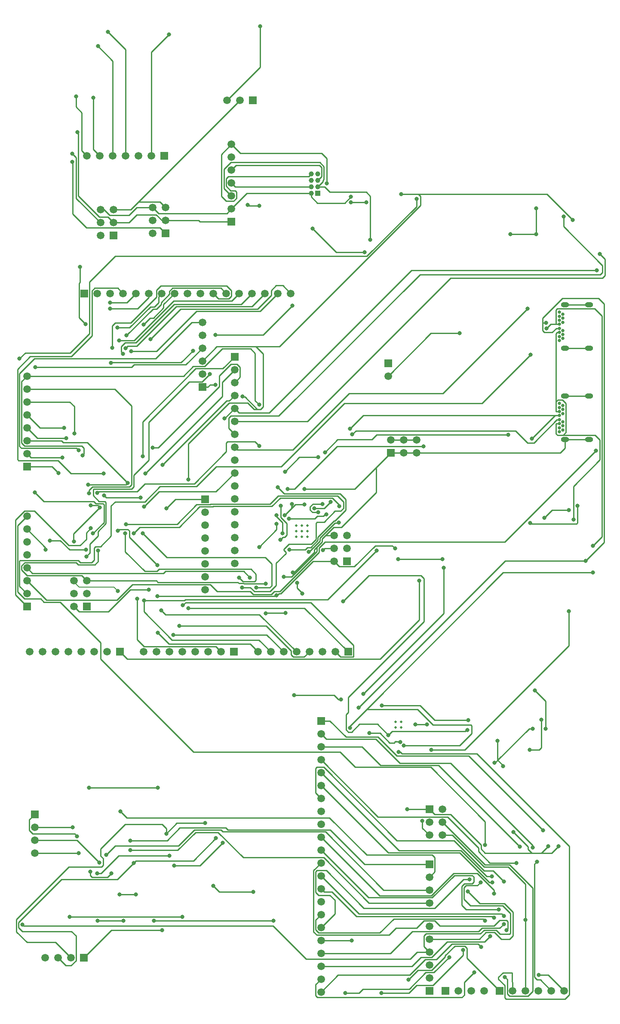
<source format=gbl>
G04*
G04 #@! TF.GenerationSoftware,Altium Limited,Altium Designer,20.0.9 (164)*
G04*
G04 Layer_Physical_Order=2*
G04 Layer_Color=16711680*
%FSLAX25Y25*%
%MOIN*%
G70*
G01*
G75*
%ADD18C,0.01000*%
%ADD156C,0.00709*%
%ADD159C,0.05906*%
%ADD160R,0.05906X0.05906*%
%ADD161R,0.05906X0.05906*%
%ADD162C,0.03937*%
%ADD163R,0.03937X0.03937*%
%ADD164C,0.02559*%
%ADD165O,0.06299X0.03937*%
%ADD166C,0.03150*%
%ADD167C,0.01968*%
D18*
X1024455Y595500D02*
G03*
X1023773Y595232I0J-1000D01*
G01*
X1017729Y598519D02*
G03*
X1016911Y598239I-117J-993D01*
G01*
X778000Y723000D02*
X831850D01*
X744700Y706400D02*
X757300D01*
X742200Y708900D02*
X744700Y706400D01*
X735775Y728725D02*
X837298D01*
X727447Y734679D02*
X729821Y737053D01*
X769698D01*
X771225Y735525D01*
X727447Y731321D02*
Y734679D01*
Y731321D02*
X731669Y727100D01*
X773900D01*
X778000Y723000D01*
X837298Y728725D02*
X838920Y730347D01*
X731500Y733000D02*
X735775Y728725D01*
X899553Y730347D02*
X904400Y725500D01*
X838920Y730347D02*
X899553D01*
X1016172Y597500D02*
X1016908Y598236D01*
X1024455Y595500D02*
X1024455Y595500D01*
X952950Y776075D02*
X957343D01*
X957343Y776075D01*
X951148Y777876D02*
X952950Y776075D01*
X951148Y777876D02*
Y780423D01*
X953225Y782500D01*
X960500D01*
X973800Y780600D02*
Y781548D01*
X968247Y787101D02*
X973800Y781548D01*
X927868Y787101D02*
X968247D01*
X961275Y773000D02*
X962775Y774500D01*
X956675Y773000D02*
X961275D01*
X956675Y773000D02*
X956675Y773000D01*
X954223Y779150D02*
X962150D01*
X967000Y784000D01*
X936508Y778904D02*
X939604Y782000D01*
X962775Y774500D02*
X963500D01*
X961905Y768425D02*
X970385Y776905D01*
X939604Y782000D02*
X946500D01*
X934500Y771000D02*
X954675D01*
X956675Y773000D01*
X960300Y755415D02*
X962885Y758000D01*
X956225Y748937D02*
X960300Y753012D01*
X957100Y754337D02*
Y756741D01*
X948900Y748748D02*
X951511D01*
X957100Y754337D01*
X970290Y769215D02*
X978675Y777600D01*
X958700Y753675D02*
Y756078D01*
X970237Y767615D01*
X1006500Y626500D02*
X1036250D01*
X1047550Y615200D01*
X995075Y623425D02*
X1034450D01*
X995000Y623500D02*
X995075Y623425D01*
X1034450D02*
X1046475Y611400D01*
X1096461Y583961D02*
X1100500Y579921D01*
Y579500D02*
Y579921D01*
X1093900Y582000D02*
X1094500D01*
X1096461Y583961D01*
X1080275Y589125D02*
X1152100Y517300D01*
X1022375Y589125D02*
X1080275D01*
X1152100Y402400D02*
Y517300D01*
X1148800Y399100D02*
X1152100Y402400D01*
X1102953Y399100D02*
X1148800D01*
X1102053Y400000D02*
X1102953Y399100D01*
X1102053Y400000D02*
Y409553D01*
X769500Y1090000D02*
Y1098000D01*
Y1090000D02*
X774000Y1085500D01*
X783000Y1057000D02*
X788000Y1052000D01*
X783000Y1057000D02*
Y1097000D01*
X903000Y1014000D02*
X903500Y1013500D01*
X902500Y1014000D02*
X903000D01*
X994975Y974225D02*
X1033616Y1012866D01*
X780100Y954300D02*
X800025Y974225D01*
X780100Y914478D02*
Y954300D01*
X800025Y974225D02*
X994975D01*
X903500Y1013500D02*
X911500D01*
X1014700Y606500D02*
X1071473D01*
X935000Y747000D02*
X947152D01*
X948900Y748748D01*
X930490Y747490D02*
X934500Y751500D01*
X952000D02*
X955500Y755000D01*
X934500Y751500D02*
X952000D01*
X932162Y744162D02*
Y744990D01*
X924800Y736800D02*
X932162Y744162D01*
X930490Y746662D02*
X932162Y744990D01*
X924800Y719300D02*
Y736800D01*
X930490Y746662D02*
Y747490D01*
X955500Y767500D02*
X956425Y768425D01*
X961905D01*
X955500Y755000D02*
Y767500D01*
X941000Y717244D02*
X944636Y713609D01*
Y713359D02*
Y713609D01*
Y713359D02*
X944925Y713070D01*
X936526Y725900D02*
X956225Y745599D01*
X957825Y744936D02*
Y748274D01*
X956225Y745599D02*
Y748937D01*
X925000Y711018D02*
X927057Y713075D01*
X925000Y710927D02*
Y711018D01*
X930500Y725900D02*
X936526D01*
X953152Y738000D02*
X969500D01*
X927057Y713075D02*
X928226D01*
X923206Y714675D02*
X927564D01*
X941000Y717244D02*
Y721500D01*
X927564Y714675D02*
X957825Y744936D01*
X928226Y713075D02*
X953152Y738000D01*
X937700Y729500D02*
X938806D01*
X916903Y697903D02*
X931903D01*
X932000Y698000D01*
X849600Y688100D02*
X916900D01*
X911775Y696725D02*
X940500Y668000D01*
X917400Y681100D02*
X930500Y668000D01*
X916900Y688100D02*
X936253Y668747D01*
X844900Y681100D02*
X917400D01*
X839120Y696725D02*
X911775D01*
X936253Y665600D02*
Y668747D01*
X938806Y729500D02*
X954225Y744919D01*
X856800Y701800D02*
X946700D01*
X980500Y668000D01*
X854404Y708504D02*
X964804D01*
X951500Y706200D02*
X984600Y673100D01*
X854600Y706200D02*
X951500D01*
X964804Y708504D02*
X1002800Y746500D01*
X852300Y703900D02*
X854600Y706200D01*
X906823Y712527D02*
X921059D01*
X923206Y714675D01*
X925000Y710927D02*
Y711600D01*
X832736Y710927D02*
X925000D01*
X916806Y697806D02*
X916903Y697903D01*
X841600Y674000D02*
X904500D01*
X844000Y677200D02*
X911300D01*
X904500Y674000D02*
X910500Y668000D01*
X911300Y677200D02*
X920500Y668000D01*
X835675Y700170D02*
X839120Y696725D01*
X969500Y634500D02*
X973000Y631000D01*
X974961D01*
X980575Y621038D02*
Y632775D01*
X1039200Y691400D01*
X978925Y619388D02*
X980575Y621038D01*
X980726Y605850D02*
X983274D01*
X978925Y607652D02*
X980726Y605850D01*
X978925Y607652D02*
Y619388D01*
X983274Y605850D02*
X989423Y612000D01*
X938500Y634500D02*
X969500D01*
X1017729Y598519D02*
X1020839Y598166D01*
X1016908Y598236D02*
X1016911Y598239D01*
X1012791Y597500D02*
X1016172D01*
X1018226Y587425D02*
X1073875D01*
X1020517Y581800D02*
X1059867D01*
X1005500Y580200D02*
X1050600D01*
X1002017Y600300D02*
X1020517Y581800D01*
X978823Y601900D02*
X1003752D01*
X963700Y600300D02*
X1002017D01*
X959500Y594500D02*
X991200D01*
X1003752Y601900D02*
X1018226Y587425D01*
X991200Y594500D02*
X1005500Y580200D01*
X997000Y605000D02*
X1005291D01*
X1012791Y597500D01*
X986100Y578600D02*
X1044500D01*
X860500Y590400D02*
X974300D01*
X986100Y578600D01*
X982000Y608925D02*
Y610500D01*
X1003200Y612000D02*
X1011700Y603500D01*
X1073875Y587425D02*
X1131650Y529650D01*
X959500Y614500D02*
X966223D01*
X1019500Y590500D02*
X1021000D01*
X1022375Y589125D01*
X1066900Y595500D02*
X1076200Y604800D01*
X1024455Y595500D02*
X1066900D01*
X1076200Y604800D02*
Y610700D01*
X1075500Y611400D02*
X1076200Y610700D01*
X1046475Y611400D02*
X1075500D01*
X1011700Y603500D02*
X1014700Y606500D01*
X772500Y954031D02*
Y966000D01*
X771947Y953479D02*
X772500Y954031D01*
X771947Y926766D02*
Y953479D01*
Y926766D02*
X777025Y921688D01*
X767000Y1007000D02*
Y1047200D01*
X766700Y1047500D02*
X767000Y1047200D01*
X766700Y1053700D02*
X769800Y1050600D01*
X767700Y753729D02*
Y759300D01*
Y753729D02*
X767929Y753500D01*
X1002200Y810700D02*
X1013500Y822000D01*
X985600Y794100D02*
X1002200Y810700D01*
X962885Y758000D02*
X969500D01*
X962885D02*
X969210Y764325D01*
X960300Y753012D02*
Y755415D01*
X954225Y746937D02*
X956225Y748937D01*
X1130452Y512052D02*
X1138219D01*
X1123048D02*
X1130452D01*
X1086798D02*
X1123048D01*
X1130452D02*
X1135800Y517400D01*
X1130400Y512000D02*
X1130452Y512052D01*
X1123048D02*
X1123100Y512000D01*
X1119900Y515200D02*
X1123048Y512052D01*
X1147200Y835700D02*
X1172000D01*
X1142900D02*
X1147200D01*
X1141800Y861700D02*
Y914400D01*
X1071473Y606500D02*
X1072473Y607500D01*
X1141800Y921575D02*
X1144185D01*
X1137675D02*
X1141800D01*
X1164800Y738500D02*
X1178900Y752600D01*
X1164700Y738400D02*
X1164800Y738500D01*
X1131200Y922700D02*
Y926300D01*
Y916825D02*
Y922700D01*
X1118000Y460500D02*
Y488100D01*
Y405500D02*
Y460500D01*
X1096461Y583961D02*
X1121040Y608540D01*
X1096461Y583961D02*
Y599139D01*
X1035000Y1022500D02*
X1134700D01*
X910147Y855653D02*
X912728D01*
X907725D02*
X910147D01*
X909000Y904300D02*
X927324D01*
X803400Y480000D02*
X816100D01*
X786575Y781225D02*
X788100Y779700D01*
X780900Y781225D02*
X786575D01*
X767700Y759300D02*
X788100Y779700D01*
X952000Y1020300D02*
Y1023000D01*
Y1020300D02*
X956800Y1015500D01*
X977900D01*
X982700Y1020300D01*
Y1016000D02*
X994500D01*
X1002200Y791250D02*
Y810700D01*
X975275Y764325D02*
X1002200Y791250D01*
X969210Y764325D02*
X975275D01*
X954225Y744919D02*
Y746937D01*
X946800Y794100D02*
X985600D01*
X818000Y1016500D02*
X896500Y1095000D01*
X798500Y1010500D02*
X812000D01*
X834500Y1016500D02*
X839000Y1012000D01*
X818000Y1016500D02*
X834500D01*
X812000Y1010500D02*
X818000Y1016500D01*
X832600Y711063D02*
X832736Y710927D01*
X1014600Y750200D02*
X1016891Y747909D01*
X1001600Y750200D02*
X1014600D01*
X985300Y733900D02*
X1001600Y750200D01*
X973600Y733900D02*
X985300D01*
X969500Y738000D02*
X973600Y733900D01*
X1026200Y546000D02*
X1043500D01*
X1047600Y541900D01*
X1059900D01*
X1083525Y518275D01*
Y515325D02*
Y518275D01*
Y515325D02*
X1086798Y512052D01*
X1138219D02*
X1143567Y517400D01*
X794400Y1004600D02*
X798500Y1000500D01*
X787800Y1004600D02*
X794400D01*
X771400Y1021000D02*
X787800Y1004600D01*
X771400Y1021000D02*
Y1069700D01*
X770700Y1070400D02*
X771400Y1069700D01*
X1122900Y832900D02*
X1140886Y850886D01*
X1132700Y771700D02*
X1138700Y777700D01*
X1151600D01*
X992186Y850886D02*
X1140886D01*
X982100Y840800D02*
X992186Y850886D01*
X1140886D02*
X1144185D01*
X983700Y836300D02*
X986600Y839200D01*
X1110425D01*
X1119800Y829825D01*
X1124488D01*
X1142400Y847737D01*
X1144185D01*
X931500Y807500D02*
X942700Y818700D01*
X957400D01*
X950426Y745400D02*
X958700Y753675D01*
X970237Y767615D02*
X973038D01*
X949900Y745400D02*
X950426D01*
X973038Y767615D02*
X973312Y767888D01*
X924979Y762579D02*
Y767100D01*
X911500Y749100D02*
X924979Y762579D01*
X931379Y773775D02*
X936508Y778904D01*
X936968Y782268D01*
X1011500Y881500D02*
X1044600Y914600D01*
X1067000D01*
X786200Y459700D02*
X806400D01*
X830011D02*
X922600D01*
X933635Y794000D02*
X938900D01*
X971900Y827000D01*
X1039000D01*
X1155200Y770300D02*
Y796200D01*
X1175700Y816700D01*
Y832000D01*
X1172000Y835700D02*
X1175700Y832000D01*
X1141800Y836800D02*
Y844587D01*
X1144185D01*
X929700Y759800D02*
Y768118D01*
X925000Y772818D02*
X929700Y768118D01*
X925000Y772818D02*
Y773700D01*
X1072473Y607500D02*
X1073055D01*
X989423Y612000D02*
X1003200D01*
X1039200Y691400D02*
Y724800D01*
X1037100Y726900D02*
X1039200Y724800D01*
X996800Y726900D02*
X1037100D01*
X976800Y706900D02*
X996800Y726900D01*
X969574Y769215D02*
X970290D01*
X957100Y756741D02*
X969574Y769215D01*
X978675Y777600D02*
Y786027D01*
X974401Y790301D02*
X978675Y786027D01*
X931099Y790301D02*
X974401D01*
X926118Y795282D02*
X931099Y790301D01*
X928304Y771996D02*
Y781200D01*
Y771996D02*
X933000Y767300D01*
Y758400D02*
Y767300D01*
X931300Y756700D02*
X933000Y758400D01*
X930090Y756700D02*
X931300D01*
X928000Y754610D02*
X930090Y756700D01*
X1141800Y921575D02*
Y932800D01*
X1142600Y933600D01*
X1171700D01*
X1177300Y928000D01*
Y757000D02*
Y928000D01*
X1170300Y750000D02*
X1177300Y757000D01*
X995000Y623500D02*
X1100800Y729300D01*
X982000Y610500D02*
X995000Y623500D01*
X1132800Y915225D02*
X1138625D01*
X1131200Y922700D02*
X1133900D01*
X1102353Y738400D02*
X1164700D01*
X988600Y624647D02*
X1102353Y738400D01*
X1178900Y752600D02*
Y937500D01*
X1174800Y941600D02*
X1178900Y937500D01*
X1146500Y941600D02*
X1174800D01*
X1131200Y926300D02*
X1146500Y941600D01*
X1131200Y916825D02*
X1132800Y915225D01*
X1138625D02*
X1141825Y918425D01*
X1144185D01*
X959500Y404500D02*
X972643Y417643D01*
X1028343D01*
X1040300Y429600D01*
X1048906D01*
X1061080Y441775D01*
X1081225D01*
X1083600Y439400D01*
X1053500Y536000D02*
X1086600Y502900D01*
X1105500D01*
X1123488Y484912D01*
Y404888D02*
Y484912D01*
X1120000Y401400D02*
X1123488Y404888D01*
X1105600Y401400D02*
X1120000D01*
X1103900Y403100D02*
X1105600Y401400D01*
X1103900Y403100D02*
Y414300D01*
X1102100Y416100D02*
X1103900Y414300D01*
X1121040Y608540D02*
X1123700D01*
X1069853Y491700D02*
X1074800D01*
X1047600Y469447D02*
X1069853Y491700D01*
X992753Y469447D02*
X1047600D01*
X963600Y498600D02*
X992753Y469447D01*
X956400Y498600D02*
X963600D01*
X955400Y497600D02*
X956400Y498600D01*
X955400Y481600D02*
Y497600D01*
Y481600D02*
X957500Y479500D01*
X966400D01*
X970200Y475700D01*
Y465200D02*
Y475700D01*
X959500Y454500D02*
X970200Y465200D01*
X955400Y460400D02*
X959500Y464500D01*
X955400Y452800D02*
Y460400D01*
Y452800D02*
X957800Y450400D01*
X1005100D01*
X1015853Y461153D01*
X1085247D01*
X1086700Y459700D01*
X1097100Y414506D02*
X1102053Y409553D01*
X1097100Y414506D02*
Y416000D01*
X1100600Y419500D01*
X1107700D01*
X1108000Y405500D01*
X1121400Y592000D02*
X1128600D01*
X1130236Y593636D01*
Y615240D01*
X1038000Y531500D02*
X1043500Y526000D01*
X1038000Y531500D02*
Y537100D01*
X1047550Y615200D02*
X1073600D01*
X821185Y819500D02*
Y846185D01*
X862347Y887347D01*
X883347D01*
X892500Y896500D01*
Y876500D02*
X896600Y880600D01*
Y888400D01*
X894400Y890600D02*
X896600Y888400D01*
X889600Y890600D02*
X894400D01*
X880684Y881684D02*
X889600Y890600D01*
X880684Y873523D02*
Y881684D01*
X833262Y826100D02*
X880684Y873523D01*
X829100Y826100D02*
X833262D01*
X877500Y913400D02*
X914500D01*
X937200Y936100D01*
X1029500Y963300D02*
X1173200D01*
X919178Y852978D02*
X1029500Y963300D01*
X896022Y852978D02*
X919178D01*
X892500Y856500D02*
X896022Y852978D01*
X731500Y831500D02*
X758258D01*
X759600Y830158D01*
X778317D01*
X809700Y798775D01*
X808225Y797300D02*
X809700Y798775D01*
X779089Y797300D02*
X808225D01*
X725700Y894900D02*
X730200Y899400D01*
X765022D01*
X780100Y914478D01*
X1033616Y1012866D02*
Y1018700D01*
X892500Y826500D02*
X894675Y824325D01*
X937625D01*
X981400Y868100D01*
X1054000D01*
X1119600Y933700D01*
X737500Y532000D02*
X767025D01*
X898500Y865700D02*
X900525Y865275D01*
X910147Y855653D01*
X912728D02*
X914675Y857600D01*
Y898625D01*
X909000Y904300D02*
X914675Y898625D01*
X856800Y801300D02*
Y829000D01*
X888400Y860600D01*
X902778D01*
X907725Y855653D01*
X878800Y904300D02*
X909000D01*
X867500Y893000D02*
X878800Y904300D01*
X769800Y1019200D02*
X788500Y1000500D01*
X769800Y1019200D02*
Y1050600D01*
X845602Y502500D02*
X865800D01*
X883400Y520100D01*
X775500Y431000D02*
X797000Y452500D01*
X836376D01*
X839500Y527200D02*
Y531200D01*
X836200Y534500D02*
X839500Y531200D01*
X807800Y534500D02*
X836200D01*
X788618Y515318D02*
X807800Y534500D01*
X788618Y510017D02*
Y515318D01*
Y510017D02*
X790775Y507860D01*
Y502800D02*
Y507860D01*
X789300Y501325D02*
X790775Y502800D01*
X764125Y501325D02*
X789300D01*
X723400Y460600D02*
X764125Y501325D01*
X723400Y451200D02*
Y460600D01*
Y451200D02*
X731694Y442906D01*
X753594D01*
X765500Y431000D01*
X847800Y535500D02*
X869500D01*
X839500Y527200D02*
X847800Y535500D01*
X860578Y506178D02*
X878100Y523700D01*
X815978Y506178D02*
X860578D01*
X814200Y504400D02*
X815978Y506178D01*
X908400Y862453D02*
X911600Y859253D01*
X908400Y862453D02*
Y899200D01*
X904900Y902700D02*
X908400Y899200D01*
X883100Y902700D02*
X904900D01*
X869347Y888947D02*
X883100Y902700D01*
X860475Y888947D02*
X869347D01*
X853028Y881500D02*
X860475Y888947D01*
X731500Y881500D02*
X853028D01*
X1086600Y518400D02*
Y536500D01*
X1044500Y578600D02*
X1086600Y536500D01*
X788500Y662400D02*
X860500Y590400D01*
X788500Y662400D02*
Y675200D01*
X757300Y706400D02*
X788500Y675200D01*
X729600Y708900D02*
X742200D01*
X724200Y714300D02*
X729600Y708900D01*
X724200Y714300D02*
Y765700D01*
X731500Y773000D01*
X786100Y790900D02*
X787380Y792180D01*
X816880D01*
X822900Y798200D01*
X861300D01*
X886000Y822900D01*
Y829600D01*
X887000Y830600D01*
X908400D01*
X911600Y827400D01*
X1034046Y435500D02*
X1043500D01*
X1028746Y430200D02*
X1034046Y435500D01*
X948100Y430200D02*
X1028746D01*
X922478Y455822D02*
X948100Y430200D01*
X729078Y455822D02*
X922478D01*
X728100Y456800D02*
X729078Y455822D01*
X746100Y747100D02*
Y748400D01*
X731500Y763000D02*
X746100Y748400D01*
X876000Y486822D02*
X880722Y482100D01*
X907000D01*
X737500Y512000D02*
X771700D01*
X785900Y496400D02*
X789051D01*
X802651Y510000D01*
X842100D01*
X767000Y1007000D02*
X777600Y996400D01*
X834600D01*
X839000Y992000D01*
X768600Y527000D02*
X770400Y525200D01*
X736000Y527000D02*
X768600D01*
X733400Y529600D02*
X736000Y527000D01*
X733400Y529600D02*
Y537900D01*
X737500Y542000D01*
X832900Y682700D02*
X841600Y674000D01*
X814300Y759700D02*
X819100Y764500D01*
X849600D01*
X865400Y780300D01*
X875700D01*
X876000Y780600D01*
X921367D01*
X927868Y787101D01*
X994600Y1024000D02*
X997800Y1020800D01*
X957000Y1028000D02*
X962425D01*
X997800Y986900D02*
Y1020800D01*
X966425Y1024000D02*
X994600D01*
X962425Y1028000D02*
X966425Y1024000D01*
X822300Y698900D02*
Y707700D01*
Y698900D02*
X844000Y677200D01*
X859300Y923000D02*
X867500D01*
X831250Y894950D02*
X859300Y923000D01*
X737475Y894950D02*
X831250D01*
X725800Y883275D02*
X737475Y894950D01*
X725800Y827200D02*
Y883275D01*
Y827200D02*
X727400Y825600D01*
X769900D01*
X771500Y824000D01*
X731500Y851500D02*
X741700Y841300D01*
X760300D01*
X731500Y811500D02*
X750900D01*
X756000Y806400D01*
X867400Y877100D02*
X873200Y882900D01*
X857300Y877100D02*
X867400D01*
X826025Y845825D02*
X857300Y877100D01*
X826025Y816400D02*
Y845825D01*
X814375Y804750D02*
X826025Y816400D01*
X814375Y795715D02*
Y804750D01*
X812697Y794037D02*
X814375Y795715D01*
X783328Y794037D02*
X812697D01*
X782900Y793609D02*
X783328Y794037D01*
X782900Y789000D02*
Y793609D01*
Y789000D02*
X787400Y784500D01*
X792000D01*
X792800Y783700D01*
Y767394D02*
Y783700D01*
X786556Y761150D02*
X792800Y767394D01*
X786556Y757711D02*
Y761150D01*
X780277Y751431D02*
X786556Y757711D01*
X780277Y744577D02*
Y751431D01*
X777500Y741800D02*
X780277Y744577D01*
X801869Y761573D02*
X803171Y762875D01*
X809600D01*
X810875Y761600D01*
Y756753D02*
Y761600D01*
Y756753D02*
X832627Y735000D01*
X817000Y677500D02*
Y709200D01*
Y677500D02*
X822400Y672100D01*
X877900D01*
X882000Y668000D01*
X807800Y745425D02*
Y759800D01*
Y745425D02*
X822900Y730325D01*
X832253D01*
X833875Y731947D01*
X905153D01*
X909075Y728025D01*
Y723500D02*
Y728025D01*
X907950Y722375D02*
X909075Y723500D01*
X903245Y722375D02*
X907950D01*
X903125Y722494D02*
X903245Y722375D01*
X899106Y722494D02*
X903125D01*
X896100Y725500D02*
X899106Y722494D01*
X946447Y663947D02*
X950500Y668000D01*
X937906Y663947D02*
X946447D01*
X936253Y665600D02*
X937906Y663947D01*
X909400Y717700D02*
X919775D01*
X921200Y719125D01*
Y736000D01*
X916200Y741000D02*
X921200Y736000D01*
X839985Y741000D02*
X916200D01*
X821185Y759800D02*
X839985Y741000D01*
X970500Y668000D02*
X974553Y663947D01*
X984600D01*
Y673100D01*
X827305Y909905D02*
X850700Y933300D01*
X910300D01*
X921000Y944000D01*
Y947800D01*
X924800Y951600D01*
X929900D01*
X936000Y945500D01*
X912200Y931700D02*
X926000Y945500D01*
X862950Y931700D02*
X912200D01*
X831975Y900725D02*
X862950Y931700D01*
X812275Y900725D02*
X831975D01*
X897576Y937076D02*
X906000Y945500D01*
X845497Y937076D02*
X897576D01*
X815857Y907436D02*
X845497Y937076D01*
X807671Y907436D02*
X815857D01*
X804500Y904265D02*
X807671Y907436D01*
X804500Y900300D02*
Y904265D01*
Y900300D02*
X806100Y898700D01*
X802975Y909200D02*
X814773D01*
X845420Y939847D01*
X890347D01*
X896000Y945500D01*
X881900Y949600D02*
X886000Y945500D01*
X844347Y949600D02*
X881900D01*
X841947Y947200D02*
X844347Y949600D01*
X841947Y944947D02*
Y947200D01*
X835488Y938488D02*
X841947Y944947D01*
X835488Y936921D02*
Y938488D01*
X832000Y933433D02*
X835488Y936921D01*
X829308Y933433D02*
X832000D01*
X808800Y912925D02*
X829308Y933433D01*
X876000Y945500D02*
X880053Y941447D01*
X888000D01*
X890053Y943500D01*
Y947647D01*
X886400Y951300D02*
X890053Y947647D01*
X835300Y951300D02*
X886400D01*
X831947Y947947D02*
X835300Y951300D01*
X831947Y942647D02*
Y947947D01*
X812039Y922739D02*
X831947Y942647D01*
X800000Y922739D02*
X812039D01*
X797700Y920439D02*
X800000Y922739D01*
X797700Y903500D02*
Y920439D01*
X851011Y892011D02*
X860200Y901200D01*
X796836Y892011D02*
X851011D01*
X796700Y891875D02*
X796836Y892011D01*
X822000Y921500D02*
X826903Y926403D01*
X829566D01*
X837423Y934260D01*
Y936923D01*
X846000Y945500D01*
X833547Y943047D02*
X836000Y945500D01*
X833547Y938347D02*
Y943047D01*
X830400Y935199D02*
X833547Y938347D01*
X827199Y935199D02*
X830400D01*
X811100Y919100D02*
X827199Y935199D01*
X801800Y919100D02*
X811100D01*
X826000Y942400D02*
Y945500D01*
X817300Y933700D02*
X826000Y942400D01*
X795900Y933700D02*
X817300D01*
X765500Y806200D02*
X790900D01*
X755600Y816100D02*
X765500Y806200D01*
X725000Y816100D02*
X755600D01*
X724200Y816900D02*
X725000Y816100D01*
X724200Y816900D02*
Y886780D01*
X734020Y896600D01*
X765939D01*
X781900Y912561D01*
Y947500D01*
X784000Y949600D01*
X801900D01*
X806000Y945500D01*
X966223Y614500D02*
X978823Y601900D01*
X959500Y604500D02*
X963700Y600300D01*
X1059867Y581800D02*
X1123567Y518100D01*
Y516500D02*
Y518100D01*
X959500Y574500D02*
X1020000Y514000D01*
X1067900D01*
X1088000Y493900D01*
X1091967D01*
X959500Y424500D02*
X1030100D01*
X1037047Y431447D01*
X1045400D01*
X1057353Y443400D01*
X1086300D01*
X1090500Y447600D01*
X804000Y544500D02*
X809000Y539500D01*
X966100D01*
X994850Y510750D01*
X1045650D01*
X1047600Y508800D01*
Y497600D02*
Y508800D01*
X1043500Y493500D02*
X1047600Y497600D01*
X811600Y514400D02*
X848400D01*
X862200Y528200D01*
X879800D01*
X899400Y508600D01*
X961600D01*
X996700Y473500D01*
X1043500D01*
X793000Y510600D02*
X800000Y517600D01*
X849100D01*
X861400Y529900D01*
X882100D01*
X883447Y528553D01*
X962847D01*
X1007900Y483500D01*
X1043500D01*
X846600Y786000D02*
X869500D01*
X839500Y778900D02*
X846600Y786000D01*
X873500Y874800D02*
X877600D01*
X871700Y873000D02*
X873500Y874800D01*
X867500Y873000D02*
X871700D01*
X774500Y819900D02*
X775700Y821100D01*
Y825600D01*
X773900Y827400D02*
X775700Y825600D01*
X729600Y827400D02*
X773900D01*
X727400Y829600D02*
X729600Y827400D01*
X727400Y829600D02*
Y877400D01*
X731500Y881500D01*
X1134700Y1022500D02*
X1154800Y1002400D01*
X1047000Y419600D02*
X1058900Y431500D01*
X1040790Y419600D02*
X1047000D01*
X1028052Y406861D02*
X1040790Y419600D01*
X992025Y406861D02*
X1028052D01*
X988964Y403800D02*
X992025Y406861D01*
X978300Y403800D02*
X988964D01*
X1121500Y767700D02*
X1122000Y767200D01*
X1157500D01*
X1158300Y768000D01*
Y781104D01*
X865500Y1001000D02*
X890000D01*
X864500Y1002000D02*
X865500Y1001000D01*
X839000Y1002000D02*
X864500D01*
X791300Y789100D02*
X792900Y787500D01*
X819800D01*
X898200Y717800D02*
X904700D01*
X907900Y714600D01*
X920100D01*
X924800Y719300D01*
X970385Y776905D02*
X974780D01*
X977075Y779200D01*
Y784081D01*
X972455Y788701D02*
X977075Y784081D01*
X926268Y788701D02*
X972455D01*
X919967Y782400D02*
X926268Y788701D01*
X874053Y782400D02*
X919967D01*
X873600Y781947D02*
X874053Y782400D01*
X863147Y781947D02*
X873600D01*
X848000Y766800D02*
X863147Y781947D01*
X808200Y766800D02*
X848000D01*
X725800Y718700D02*
X731500Y713000D01*
X725800Y718700D02*
Y738300D01*
X726225Y738725D01*
X771225D01*
X772825Y737125D01*
X781650D01*
X783725Y739200D01*
Y748425D01*
X784800Y749500D01*
X788600D01*
X796800Y757700D01*
Y781000D01*
X800000Y784200D01*
X823000D01*
X834800Y796000D01*
X863000D01*
X878300Y811300D01*
X928500D01*
X977700Y860500D01*
X1084400D01*
X1121900Y898000D01*
X1050600Y580200D02*
X1113600Y517200D01*
X1045055Y592200D02*
X1071100D01*
X1151768Y672868D01*
Y699400D01*
X1100800Y729300D02*
X1170300D01*
X1090444Y504500D02*
X1111100D01*
X1081689Y513256D02*
X1090444Y504500D01*
X1081689Y513256D02*
Y516011D01*
X1057507Y540193D02*
X1081689Y516011D01*
X1003807Y540193D02*
X1057507D01*
X959500Y584500D02*
X1003807Y540193D01*
X798000Y1052000D02*
Y1125500D01*
X786500Y1137000D02*
X798000Y1125500D01*
X808000Y1052000D02*
Y1134500D01*
X794400Y1148100D02*
X808000Y1134500D01*
X828000Y1052000D02*
Y1132400D01*
X841800Y1146200D01*
X854800Y890300D02*
X867500Y903000D01*
X814600Y890300D02*
X854800D01*
X812600Y888300D02*
X814600Y890300D01*
X738100Y888300D02*
X812600D01*
X737700Y791500D02*
X744800Y784400D01*
X783450D01*
X785025Y782825D01*
X790400D01*
X791200Y782025D01*
Y768200D02*
Y782025D01*
X782800Y759800D02*
X791200Y768200D01*
X912300Y1120800D02*
Y1152400D01*
X886500Y1095000D02*
X912300Y1120800D01*
X1032500Y611600D02*
X1041800D01*
X1125300Y638000D02*
X1133700Y629600D01*
Y608400D02*
Y629600D01*
X1148713Y825600D02*
Y832501D01*
X1145113Y822000D02*
X1148713Y825600D01*
X1033500Y822000D02*
X1145113D01*
X1054600Y697600D02*
Y732900D01*
X992400Y635400D02*
X1054600Y697600D01*
X1019400Y739800D02*
X1053600D01*
X803500Y668000D02*
X809153Y662347D01*
X1005347D01*
X1035600Y692600D01*
Y722900D01*
X1070500Y412100D02*
X1078200Y419800D01*
X1070500Y402100D02*
Y412100D01*
X1068800Y400400D02*
X1070500Y402100D01*
X956600Y400400D02*
X1068800D01*
X955400Y401600D02*
X956600Y400400D01*
X955400Y401600D02*
Y410400D01*
X959500Y414500D01*
X1069600Y433000D02*
Y437100D01*
X1046200Y409600D02*
X1069600Y433000D01*
X1033500Y409600D02*
X1046200D01*
X1027600Y403700D02*
X1033500Y409600D01*
X1006400Y403700D02*
X1027600D01*
X749200Y754100D02*
X749275Y754175D01*
X757475D01*
X764550Y747100D01*
X777200D01*
X959500Y484500D02*
X962000Y482000D01*
X967900D01*
X986900Y463000D01*
X1092600D01*
X1093700Y461900D01*
X1043500Y445500D02*
X1082243D01*
X1087417Y450675D01*
X1094076D01*
X1099251Y445500D01*
X1105700D01*
X1108200Y448000D01*
Y466318D01*
X1101543Y472975D02*
X1108200Y466318D01*
X1082725Y472975D02*
X1101543D01*
X1073400Y482300D02*
X1082725Y472975D01*
X1039400Y439600D02*
X1043500Y435500D01*
X1039400Y439600D02*
Y448000D01*
X1041000Y449600D01*
X1083057D01*
X1085817Y452360D01*
X1095175D01*
X1098310Y449225D01*
X1105600D01*
X1106475Y450100D01*
Y465375D01*
X1100475Y471375D02*
X1106475Y465375D01*
X1075200Y471375D02*
X1100475D01*
X1070325Y476250D02*
X1075200Y471375D01*
X1070325Y476250D02*
Y485225D01*
X1072000Y486900D01*
X1080800D01*
X1083300Y489400D01*
X959500Y434500D02*
X1013400D01*
X1030300Y451400D01*
X1081657D01*
X1084217Y453960D01*
X1098127D01*
X1101250Y457083D01*
X1103400Y452300D02*
X1104325Y453225D01*
Y459200D01*
X1103367Y460158D02*
X1104325Y459200D01*
X1098067Y460158D02*
X1103367D01*
X1093510Y455600D02*
X1098067Y460158D01*
X1051553Y455600D02*
X1093510D01*
X1047600Y459553D02*
X1051553Y455600D01*
X1039400Y459553D02*
X1047600D01*
X1033747Y453900D02*
X1039400Y459553D01*
X1017700Y453900D02*
X1033747D01*
X1012400Y448600D02*
X1017700Y453900D01*
X956400Y448600D02*
X1012400D01*
X953800Y451200D02*
X956400Y448600D01*
X953800Y451200D02*
Y498800D01*
X959500Y504500D01*
X1129511Y413989D02*
X1138000Y405500D01*
X1127099Y413989D02*
X1129511D01*
X1125088Y416000D02*
X1127099Y413989D01*
X1125088Y416000D02*
Y503588D01*
X1126900Y505400D01*
X1135800Y417700D02*
X1148000Y405500D01*
X1128200Y417700D02*
X1135800D01*
X957000Y1028000D02*
X960925Y1031925D01*
Y1033100D01*
X961700Y1033875D01*
Y1043800D01*
X958600Y1046900D02*
X961700Y1043800D01*
X889600Y1046900D02*
X958600D01*
X884347Y1041647D02*
X889600Y1046900D01*
X884347Y1026653D02*
Y1041647D01*
Y1026653D02*
X890000Y1021000D01*
X964000Y1030800D02*
Y1050100D01*
X960000Y1054100D02*
X964000Y1050100D01*
X896900Y1054100D02*
X960000D01*
X890000Y1061000D02*
X896900Y1054100D01*
X902000Y1023000D02*
X952000D01*
X890000Y1011000D02*
X902000Y1023000D01*
X882200Y1053200D02*
X890000Y1061000D01*
X882200Y1020800D02*
Y1053200D01*
Y1020800D02*
X886100Y1016900D01*
X891800D01*
X894100Y1019200D01*
Y1024000D01*
X893000Y1025100D02*
X894100Y1024000D01*
X889400Y1025100D02*
X893000D01*
X885947Y1028553D02*
X889400Y1025100D01*
X885947Y1028553D02*
Y1034447D01*
X887500Y1036000D01*
X950000D01*
X952000Y1038000D01*
X780700Y494600D02*
Y497800D01*
Y494600D02*
X781975Y493325D01*
X794053D01*
X797100Y496372D01*
X801525Y491725D02*
X814200Y504400D01*
X758250Y491725D02*
X801525D01*
X725000Y458475D02*
X758250Y491725D01*
X725000Y454400D02*
Y458475D01*
Y454400D02*
X727900Y451500D01*
X766100D01*
X769600Y448000D01*
Y428800D02*
Y448000D01*
X765700Y424900D02*
X769600Y428800D01*
X761600Y424900D02*
X765700D01*
X755500Y431000D02*
X761600Y424900D01*
X770400Y522000D02*
X787700Y504700D01*
X737500Y522000D02*
X770400D01*
X1072675Y430825D02*
X1098000Y405500D01*
X1072675Y430825D02*
Y438400D01*
X1070900Y440175D02*
X1072675Y438400D01*
X1063200Y440175D02*
X1070900D01*
X1055800Y432775D02*
X1063200Y440175D01*
X1055800Y431800D02*
Y432775D01*
X1045400Y421400D02*
X1055800Y431800D01*
X1034600Y421400D02*
X1045400D01*
X1027200Y414000D02*
X1034600Y421400D01*
X953100Y995600D02*
X971400Y977300D01*
X993400D01*
X853600Y707700D02*
X854404Y708504D01*
X822300Y707700D02*
X853600D01*
X927324Y904300D02*
X1036700Y1013676D01*
Y1020800D01*
X1035000Y1022500D02*
X1036700Y1020800D01*
X1021780Y1022500D02*
X1035000D01*
X1072000Y468300D02*
X1097400D01*
X1068700Y471600D02*
X1072000Y468300D01*
X1068700Y471600D02*
Y486400D01*
X1070800Y488500D01*
X1076800D01*
X1077900Y489600D01*
Y493675D01*
X1076800Y494775D02*
X1077900Y493675D01*
X1062938Y494775D02*
X1076800D01*
X1045716Y477553D02*
X1062938Y494775D01*
X996447Y477553D02*
X1045716D01*
X959500Y514500D02*
X996447Y477553D01*
X722600Y711900D02*
X731500Y703000D01*
X722600Y711900D02*
Y770100D01*
X729600Y777100D01*
X737204D01*
X764004Y750300D01*
X772601D01*
X777501Y755200D01*
Y760201D01*
X780900Y763600D01*
X779800Y790800D02*
Y793100D01*
X782337Y795637D01*
X811037D01*
X812775Y797375D01*
Y858225D01*
X799500Y871500D02*
X812775Y858225D01*
X731500Y871500D02*
X799500D01*
X768000Y703000D02*
X772100Y698900D01*
X811529Y715900D02*
X825900D01*
X794529Y698900D02*
X811529Y715900D01*
X772100Y698900D02*
X794529D01*
X955400Y558600D02*
X959500Y554500D01*
X955400Y558600D02*
Y577600D01*
X956400Y578600D01*
X961600D01*
X1018400Y521800D01*
X1062700D01*
X1086000Y498500D01*
X1092900D01*
X1101300Y490100D01*
X1053500Y526000D02*
X1061200D01*
X1085900Y501300D01*
X1104800D01*
X1118000Y488100D01*
X959500Y564500D02*
X1011650Y512350D01*
X1067050D01*
X1089900Y489500D01*
X1092300D01*
X1108700Y528300D02*
X1119900Y517100D01*
Y515200D02*
Y517100D01*
X1123100Y512000D02*
X1130400D01*
X959500Y444500D02*
X983300D01*
X1134400Y918300D02*
X1137675Y921575D01*
X771225Y735525D02*
X784425D01*
X786800Y737900D01*
Y746400D01*
X962500Y822500D02*
X972400Y832400D01*
X998900D01*
X1002600Y836100D01*
X1104600D01*
X959500Y494500D02*
X989025Y464975D01*
X1099625D01*
X1101300Y463300D01*
X822163Y780337D02*
X833950Y792125D01*
X878125D01*
X892500Y806500D01*
X731500Y861500D02*
X764800D01*
X768400Y857900D01*
Y837200D02*
Y857900D01*
X893000Y1028000D02*
X952000D01*
X890000Y1031000D02*
X893000Y1028000D01*
X1175500Y976000D02*
X1179500Y972000D01*
Y959300D02*
Y972000D01*
X1177600Y957400D02*
X1179500Y959300D01*
X1060000Y957400D02*
X1177600D01*
X949100Y846500D02*
X1060000Y957400D01*
X892500Y846500D02*
X949100D01*
X1106200Y991500D02*
X1126300D01*
X959500Y524500D02*
X1004847Y479153D01*
X1045053D01*
X1062275Y496375D01*
X1080762D01*
X1093800Y483337D01*
Y480663D02*
Y483337D01*
X993300Y503500D02*
X1043500D01*
X966647Y530153D02*
X993300Y503500D01*
X887184Y530153D02*
X966647D01*
X885762Y531575D02*
X887184Y530153D01*
X850024Y531575D02*
X885762D01*
X840308Y521858D02*
X850024Y531575D01*
X811558Y521858D02*
X840308D01*
X779800Y562600D02*
X833000D01*
X764600Y462800D02*
X851900D01*
X1102000Y753000D02*
X1172625Y823625D01*
X962551Y753000D02*
X1102000D01*
X957825Y748274D02*
X962551Y753000D01*
X904725Y714625D02*
X906823Y712527D01*
X879075Y714625D02*
X904725D01*
X873600Y720100D02*
X879075Y714625D01*
X813466Y720100D02*
X873600D01*
X746500Y708000D02*
X801366D01*
X813466Y720100D01*
X731500Y723000D02*
X746500Y708000D01*
X962300Y748000D02*
X969500D01*
X960900Y746600D02*
X962300Y748000D01*
X1126300Y991500D02*
Y1011400D01*
X831850Y723000D02*
X833050Y721800D01*
X895150D01*
X896056Y720894D01*
X899631D01*
X899750Y720775D01*
X916757D01*
X957000Y1033000D02*
X960100Y1036100D01*
Y1043000D01*
X958400Y1044700D02*
X960100Y1043000D01*
X893700Y1044700D02*
X958400D01*
X890000Y1041000D02*
X893700Y1044700D01*
X829000Y1012000D02*
X833500Y1007500D01*
X886500D01*
X890000Y1011000D01*
X1147661Y997239D02*
Y1005100D01*
Y997239D02*
X1177800Y967100D01*
Y961800D02*
Y967100D01*
X1176100Y960100D02*
X1177800Y961800D01*
X1036200Y960100D02*
X1176100D01*
X926700Y850600D02*
X1036200Y960100D01*
X889600Y850600D02*
X926700D01*
X887900Y848900D02*
X889600Y850600D01*
X887900Y841100D02*
Y848900D01*
Y841100D02*
X892500Y836500D01*
X739700Y833300D02*
X762100D01*
X731500Y841500D02*
X739700Y833300D01*
X884700Y848700D02*
X892500Y856500D01*
X836724Y812699D02*
X886400Y862375D01*
X888375D01*
X892500Y866500D01*
X905976Y935476D02*
X916000Y945500D01*
X847366Y935476D02*
X905976D01*
X816677Y904788D02*
X847366Y935476D01*
X809488Y904788D02*
X816677D01*
X807825Y903125D02*
X809488Y904788D01*
X795900Y938500D02*
X809000D01*
X816000Y945500D01*
X882825Y876825D02*
X892500Y886500D01*
X882825Y865772D02*
Y876825D01*
X823154Y806100D02*
X882825Y865772D01*
X731500Y821500D02*
X734600Y818400D01*
X759000D01*
X774000Y1056000D02*
Y1085500D01*
Y1056000D02*
X778000Y1052000D01*
X1141800Y836800D02*
X1142900Y835700D01*
X1147200D02*
X1149400Y837900D01*
Y860300D01*
X1146600Y863100D02*
X1149400Y860300D01*
X1143200Y863100D02*
X1146600D01*
X1141800Y861700D02*
X1143200Y863100D01*
X1141800Y854036D02*
Y861700D01*
Y854036D02*
X1144185D01*
X1141800Y914400D02*
X1142676Y915276D01*
X1144185D01*
X816700Y1012000D02*
X829000D01*
X810700Y1006000D02*
X816700Y1012000D01*
X795700Y1006000D02*
X810700D01*
X791200Y1010500D02*
X795700Y1006000D01*
X788500Y1010500D02*
X791200D01*
X1023500Y822000D02*
X1033500D01*
X1013500D02*
X1023500D01*
X1148713Y903189D02*
X1167335D01*
X1148713Y936811D02*
X1167335D01*
X1148713Y832501D02*
X1167335D01*
X1148713Y866123D02*
X1167335D01*
X798500Y1000500D02*
X810700D01*
X816700Y1006500D01*
X831700D01*
X836200Y1002000D01*
X839000D01*
X1013500Y832000D02*
X1023500D01*
X1033500D01*
D156*
X768000Y722000D02*
Y723000D01*
Y722000D02*
X772000Y718000D01*
X799000D02*
X802000Y715000D01*
X772000Y718000D02*
X799000D01*
D159*
X829000Y1012000D02*
D03*
X839000D02*
D03*
X829000Y1002000D02*
D03*
X839000D02*
D03*
X829000Y992000D02*
D03*
X788500Y1010500D02*
D03*
X798500D02*
D03*
X788500Y1000500D02*
D03*
X798500D02*
D03*
X788500Y990500D02*
D03*
X959500Y604500D02*
D03*
Y594500D02*
D03*
Y584500D02*
D03*
Y574500D02*
D03*
Y564500D02*
D03*
Y554500D02*
D03*
Y544500D02*
D03*
Y534500D02*
D03*
Y524500D02*
D03*
Y514500D02*
D03*
Y504500D02*
D03*
Y494500D02*
D03*
Y484500D02*
D03*
Y474500D02*
D03*
Y464500D02*
D03*
Y454500D02*
D03*
Y444500D02*
D03*
Y434500D02*
D03*
Y424500D02*
D03*
Y414500D02*
D03*
Y404500D02*
D03*
X890000Y1021000D02*
D03*
Y1011000D02*
D03*
Y1031000D02*
D03*
Y1041000D02*
D03*
Y1051000D02*
D03*
Y1061000D02*
D03*
X1013500Y832000D02*
D03*
X1023500Y822000D02*
D03*
Y832000D02*
D03*
X1033500Y822000D02*
D03*
Y832000D02*
D03*
X896500Y1095000D02*
D03*
X886500D02*
D03*
X778000Y1052000D02*
D03*
X788000D02*
D03*
X798000D02*
D03*
X808000D02*
D03*
X828000D02*
D03*
X818000D02*
D03*
X1043500Y473500D02*
D03*
Y483500D02*
D03*
Y493500D02*
D03*
X745500Y431000D02*
D03*
X755500D02*
D03*
X765500D02*
D03*
X737500Y512000D02*
D03*
Y522000D02*
D03*
Y532000D02*
D03*
X936000Y945500D02*
D03*
X926000D02*
D03*
X916000D02*
D03*
X906000D02*
D03*
X896000D02*
D03*
X886000D02*
D03*
X876000D02*
D03*
X866000D02*
D03*
X856000D02*
D03*
X846000D02*
D03*
X836000D02*
D03*
X826000D02*
D03*
X816000D02*
D03*
X806000D02*
D03*
X796000D02*
D03*
X786000D02*
D03*
X731500Y821500D02*
D03*
Y831500D02*
D03*
Y841500D02*
D03*
Y851500D02*
D03*
Y861500D02*
D03*
Y871500D02*
D03*
Y881500D02*
D03*
X1011500D02*
D03*
X731500Y713000D02*
D03*
Y723000D02*
D03*
Y733000D02*
D03*
Y743000D02*
D03*
Y753000D02*
D03*
Y763000D02*
D03*
Y773000D02*
D03*
X892500Y736500D02*
D03*
Y746500D02*
D03*
Y756500D02*
D03*
Y766500D02*
D03*
Y776500D02*
D03*
Y786500D02*
D03*
Y796500D02*
D03*
Y806500D02*
D03*
Y816500D02*
D03*
Y826500D02*
D03*
Y836500D02*
D03*
Y846500D02*
D03*
Y856500D02*
D03*
Y866500D02*
D03*
Y876500D02*
D03*
Y886500D02*
D03*
X793500Y668000D02*
D03*
X783500D02*
D03*
X773500D02*
D03*
X763500D02*
D03*
X753500D02*
D03*
X743500D02*
D03*
X733500D02*
D03*
X882000D02*
D03*
X872000D02*
D03*
X862000D02*
D03*
X852000D02*
D03*
X842000D02*
D03*
X832000D02*
D03*
X822000D02*
D03*
X1043500Y415500D02*
D03*
Y425500D02*
D03*
Y435500D02*
D03*
Y445500D02*
D03*
Y455500D02*
D03*
X1086000Y405500D02*
D03*
X1076000D02*
D03*
X1066000D02*
D03*
X869500Y776000D02*
D03*
Y766000D02*
D03*
Y756000D02*
D03*
Y746000D02*
D03*
Y736000D02*
D03*
Y726000D02*
D03*
Y716000D02*
D03*
X970500Y668000D02*
D03*
X960500D02*
D03*
X950500D02*
D03*
X940500D02*
D03*
X930500D02*
D03*
X920500D02*
D03*
X910500D02*
D03*
X1108000Y405500D02*
D03*
X1118000D02*
D03*
X1128000D02*
D03*
X1138000D02*
D03*
X1148000D02*
D03*
X867500Y883000D02*
D03*
Y893000D02*
D03*
Y903000D02*
D03*
Y913000D02*
D03*
Y923000D02*
D03*
X969500Y738000D02*
D03*
X979500Y748000D02*
D03*
X969500D02*
D03*
X979500Y758000D02*
D03*
X969500D02*
D03*
X768000Y703000D02*
D03*
X778000Y713000D02*
D03*
X768000D02*
D03*
X778000Y723000D02*
D03*
X768000D02*
D03*
X1053500Y546000D02*
D03*
X1043500Y536000D02*
D03*
X1053500D02*
D03*
X1043500Y526000D02*
D03*
X1053500D02*
D03*
D160*
X839000Y992000D02*
D03*
X798500Y990500D02*
D03*
X959500Y614500D02*
D03*
X890000Y1001000D02*
D03*
X1043500Y503500D02*
D03*
X737500Y542000D02*
D03*
X731500Y811500D02*
D03*
X1011500Y891500D02*
D03*
X731500Y703000D02*
D03*
X892500Y896500D02*
D03*
X1043500Y405500D02*
D03*
X869500Y786000D02*
D03*
X867500Y873000D02*
D03*
X979500Y738000D02*
D03*
X778000Y703000D02*
D03*
X1043500Y546000D02*
D03*
D161*
X1013500Y822000D02*
D03*
X906500Y1095000D02*
D03*
X838000Y1052000D02*
D03*
X775500Y431000D02*
D03*
X776000Y945500D02*
D03*
X803500Y668000D02*
D03*
X892000D02*
D03*
X1056000Y405500D02*
D03*
X980500Y668000D02*
D03*
X1098000Y405500D02*
D03*
D162*
X952000Y1038000D02*
D03*
X957000D02*
D03*
X952000Y1033000D02*
D03*
X957000D02*
D03*
X952000Y1028000D02*
D03*
X957000D02*
D03*
X952000Y1023000D02*
D03*
D163*
X957000D02*
D03*
D164*
X1144185Y847737D02*
D03*
Y850886D02*
D03*
Y844587D02*
D03*
Y854036D02*
D03*
Y841438D02*
D03*
Y857186D02*
D03*
Y838288D02*
D03*
Y860335D02*
D03*
X1146941Y846162D02*
D03*
Y852461D02*
D03*
Y843012D02*
D03*
Y855611D02*
D03*
Y839863D02*
D03*
Y858760D02*
D03*
X1144185Y918425D02*
D03*
Y921575D02*
D03*
Y915276D02*
D03*
Y924724D02*
D03*
Y912126D02*
D03*
Y927874D02*
D03*
Y908976D02*
D03*
Y931024D02*
D03*
X1146941Y916850D02*
D03*
Y923150D02*
D03*
Y913701D02*
D03*
Y926299D02*
D03*
Y910551D02*
D03*
Y929449D02*
D03*
D165*
X1148713Y866123D02*
D03*
Y832501D02*
D03*
X1167335Y866123D02*
D03*
Y832501D02*
D03*
X1148713Y936811D02*
D03*
Y903189D02*
D03*
X1167335Y936811D02*
D03*
Y903189D02*
D03*
D166*
X802000Y715000D02*
D03*
X1023773Y595232D02*
D03*
X1020839Y598166D02*
D03*
X954223Y779150D02*
D03*
X957343Y776075D02*
D03*
X963500Y774500D02*
D03*
X946500Y782000D02*
D03*
X967000Y784000D02*
D03*
X960500Y782500D02*
D03*
X934500Y771000D02*
D03*
X973312Y767888D02*
D03*
X1006500Y626500D02*
D03*
X1100500Y579500D02*
D03*
X1093900Y582000D02*
D03*
X769500Y1098000D02*
D03*
X783000Y1097000D02*
D03*
X902500Y1014000D02*
D03*
X911500Y1013500D02*
D03*
X935000Y747000D02*
D03*
X944925Y713070D02*
D03*
X941000Y721500D02*
D03*
X937700Y729500D02*
D03*
X932000Y698000D02*
D03*
X925000Y711600D02*
D03*
X916806Y697806D02*
D03*
X974961Y631000D02*
D03*
X938500Y634500D02*
D03*
X997000Y605000D02*
D03*
X982000Y608925D02*
D03*
X1019500Y590500D02*
D03*
X1045055Y592200D02*
D03*
X1011700Y603500D02*
D03*
X777025Y921688D02*
D03*
X772500Y966000D02*
D03*
X766700Y1047500D02*
D03*
Y1053700D02*
D03*
X767929Y753500D02*
D03*
X803400Y480000D02*
D03*
X816100D02*
D03*
X788100Y779700D02*
D03*
X780900Y781225D02*
D03*
X930500Y725900D02*
D03*
X982700Y1020300D02*
D03*
X994500Y1016000D02*
D03*
X982700D02*
D03*
X946800Y794100D02*
D03*
X832600Y711063D02*
D03*
X1016891Y747909D02*
D03*
X1026200Y546000D02*
D03*
X1143567Y517400D02*
D03*
X770700Y1070400D02*
D03*
X1122900Y832900D02*
D03*
X1132700Y771700D02*
D03*
X1151600Y777700D02*
D03*
X982100Y840800D02*
D03*
X983700Y836300D02*
D03*
X931500Y807500D02*
D03*
X957400Y818700D02*
D03*
X949900Y745400D02*
D03*
X924979Y767100D02*
D03*
X911500Y749100D02*
D03*
X931379Y773775D02*
D03*
X936968Y782268D02*
D03*
X1067000Y914600D02*
D03*
X806400Y459700D02*
D03*
X786200D02*
D03*
X922600D02*
D03*
X830011D02*
D03*
X933635Y794000D02*
D03*
X1039000Y827000D02*
D03*
X1155200Y770300D02*
D03*
X929700Y759800D02*
D03*
X925000Y773700D02*
D03*
X1073055Y607500D02*
D03*
X976800Y706900D02*
D03*
X926118Y795282D02*
D03*
X928304Y781200D02*
D03*
X928000Y754610D02*
D03*
X1170300Y750000D02*
D03*
X1133900Y922700D02*
D03*
X1164800Y738500D02*
D03*
X988600Y624647D02*
D03*
X1083600Y439400D02*
D03*
X1102100Y416100D02*
D03*
X1123700Y608540D02*
D03*
X1096461Y599139D02*
D03*
X1074800Y491700D02*
D03*
X1086700Y459700D02*
D03*
X1121400Y592000D02*
D03*
X1130236Y615240D02*
D03*
X1038000Y537100D02*
D03*
X1073600Y615200D02*
D03*
X821185Y819500D02*
D03*
X829100Y826100D02*
D03*
X877500Y913400D02*
D03*
X937200Y936100D02*
D03*
X1173200Y963300D02*
D03*
X835675Y700170D02*
D03*
X809700Y798775D02*
D03*
X779089Y797300D02*
D03*
X725700Y894900D02*
D03*
X1033616Y1018700D02*
D03*
X1119600Y933700D02*
D03*
X767025Y532000D02*
D03*
X898500Y865700D02*
D03*
X856800Y801300D02*
D03*
X844900Y681100D02*
D03*
X845602Y502500D02*
D03*
X883400Y520100D02*
D03*
X836376Y452500D02*
D03*
X869500Y535500D02*
D03*
X839500Y527200D02*
D03*
X878100Y523700D02*
D03*
X814200Y504400D02*
D03*
X911600Y859253D02*
D03*
X1086600Y518400D02*
D03*
X786100Y790900D02*
D03*
X911600Y827400D02*
D03*
X728100Y456800D02*
D03*
X746100Y747100D02*
D03*
X876000Y486822D02*
D03*
X907000Y482100D02*
D03*
X771700Y512000D02*
D03*
X785900Y496400D02*
D03*
X842100Y510000D02*
D03*
X770400Y525200D02*
D03*
X832900Y682700D02*
D03*
X814300Y759700D02*
D03*
X973800Y780600D02*
D03*
X997800Y986900D02*
D03*
X822300Y707700D02*
D03*
X771500Y824000D02*
D03*
X760300Y841300D02*
D03*
X756000Y806400D02*
D03*
X873200Y882900D02*
D03*
X777500Y741800D02*
D03*
X801869Y761573D02*
D03*
X832627Y735000D02*
D03*
X817000Y709200D02*
D03*
X807800Y759800D02*
D03*
X896100Y725500D02*
D03*
X849600Y688100D02*
D03*
X909400Y717700D02*
D03*
X821185Y759800D02*
D03*
X852300Y703900D02*
D03*
X856800Y701800D02*
D03*
X827305Y909905D02*
D03*
X812275Y900725D02*
D03*
X806100Y898700D02*
D03*
X802975Y909200D02*
D03*
X808800Y912925D02*
D03*
X797700Y903500D02*
D03*
X860200Y901200D02*
D03*
X796700Y891875D02*
D03*
X822000Y921500D02*
D03*
X801800Y919100D02*
D03*
X795900Y933700D02*
D03*
X790900Y806200D02*
D03*
X1131650Y529650D02*
D03*
X1123567Y516500D02*
D03*
X1091967Y493900D02*
D03*
X1090500Y447600D02*
D03*
X804000Y544500D02*
D03*
X811600Y514400D02*
D03*
X793000Y510600D02*
D03*
X839500Y778900D02*
D03*
X877600Y874800D02*
D03*
X774500Y819900D02*
D03*
X1154800Y1002400D02*
D03*
X1021780Y1022500D02*
D03*
X904400Y725500D02*
D03*
X1058900Y431500D02*
D03*
X978300Y403800D02*
D03*
X1121500Y767700D02*
D03*
X1158300Y781104D02*
D03*
X791300Y789100D02*
D03*
X819800Y787500D02*
D03*
X898200Y717800D02*
D03*
X808200Y766800D02*
D03*
X1121900Y898000D02*
D03*
X1113600Y517200D02*
D03*
X1151768Y699400D02*
D03*
X1170300Y729300D02*
D03*
X1111100Y504500D02*
D03*
X786500Y1137000D02*
D03*
X794400Y1148100D02*
D03*
X841800Y1146200D02*
D03*
X738100Y888300D02*
D03*
X737700Y791500D02*
D03*
X782800Y759800D02*
D03*
X912300Y1152400D02*
D03*
X1032500Y611600D02*
D03*
X1041800D02*
D03*
X1125300Y638000D02*
D03*
X1133700Y608400D02*
D03*
X1054600Y732900D02*
D03*
X992400Y635400D02*
D03*
X1053600Y739800D02*
D03*
X1019400D02*
D03*
X1035600Y722900D02*
D03*
X1078200Y419800D02*
D03*
X1069600Y437100D02*
D03*
X1006400Y403700D02*
D03*
X749200Y754100D02*
D03*
X777200Y747100D02*
D03*
X1093700Y461900D02*
D03*
X1073400Y482300D02*
D03*
X1083300Y489400D02*
D03*
X1101250Y457083D02*
D03*
X1103400Y452300D02*
D03*
X1126900Y505400D02*
D03*
X1128200Y417700D02*
D03*
X964000Y1030800D02*
D03*
X780700Y497800D02*
D03*
X797100Y496372D02*
D03*
X787700Y504700D02*
D03*
X1027200Y414000D02*
D03*
X953100Y995600D02*
D03*
X993400Y977300D02*
D03*
X1002800Y746500D02*
D03*
X1097400Y468300D02*
D03*
X780900Y763600D02*
D03*
X779800Y790800D02*
D03*
X825900Y715900D02*
D03*
X1101300Y490100D02*
D03*
X1092300Y489500D02*
D03*
X1118000Y460500D02*
D03*
X1108700Y528300D02*
D03*
X1135800Y517400D02*
D03*
X983300Y444500D02*
D03*
X1134400Y918300D02*
D03*
X786800Y746400D02*
D03*
X962500Y822500D02*
D03*
X1104600Y836100D02*
D03*
X1101300Y463300D02*
D03*
X822163Y780337D02*
D03*
X768400Y837200D02*
D03*
X1175500Y976000D02*
D03*
X1106200Y991500D02*
D03*
X1126300D02*
D03*
X1093800Y480663D02*
D03*
X811558Y521858D02*
D03*
X779800Y562600D02*
D03*
X833000D02*
D03*
X851900Y462800D02*
D03*
X764600D02*
D03*
X1172625Y823625D02*
D03*
X960900Y746600D02*
D03*
X1126300Y1011400D02*
D03*
X916757Y720775D02*
D03*
X1147661Y1005100D02*
D03*
X762100Y833300D02*
D03*
X884700Y848700D02*
D03*
X836724Y812699D02*
D03*
X807825Y903125D02*
D03*
X795900Y938500D02*
D03*
X823154Y806100D02*
D03*
X759000Y818400D02*
D03*
D167*
X948831Y757169D02*
D03*
X944500D02*
D03*
X940169D02*
D03*
X948831Y761500D02*
D03*
X944500D02*
D03*
X940169D02*
D03*
X948831Y765831D02*
D03*
X944500D02*
D03*
X940169D02*
D03*
X1021760Y613650D02*
D03*
Y609319D02*
D03*
X1017429Y613650D02*
D03*
Y609319D02*
D03*
M02*

</source>
